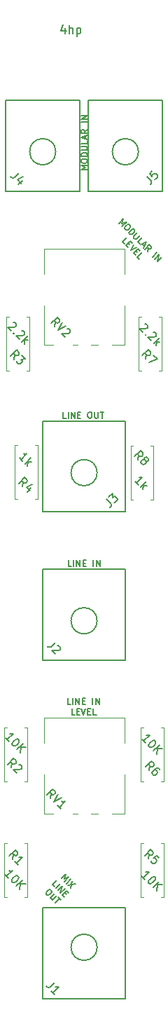
<source format=gbr>
%TF.GenerationSoftware,KiCad,Pcbnew,(5.1.6-0-10_14)*%
%TF.CreationDate,2020-11-24T13:30:39-06:00*%
%TF.ProjectId,nab,6e61622e-6b69-4636-9164-5f7063625858,rev?*%
%TF.SameCoordinates,Original*%
%TF.FileFunction,Legend,Top*%
%TF.FilePolarity,Positive*%
%FSLAX46Y46*%
G04 Gerber Fmt 4.6, Leading zero omitted, Abs format (unit mm)*
G04 Created by KiCad (PCBNEW (5.1.6-0-10_14)) date 2020-11-24 13:30:39*
%MOMM*%
%LPD*%
G01*
G04 APERTURE LIST*
%ADD10C,0.187500*%
%ADD11C,0.150000*%
%ADD12C,0.120000*%
G04 APERTURE END LIST*
D10*
X58408285Y-123723935D02*
X58051142Y-123723935D01*
X58051142Y-122973935D01*
X58658285Y-123723935D02*
X58658285Y-122973935D01*
X59015428Y-123723935D02*
X59015428Y-122973935D01*
X59444000Y-123723935D01*
X59444000Y-122973935D01*
X59801142Y-123331078D02*
X60051142Y-123331078D01*
X60158285Y-123723935D02*
X59801142Y-123723935D01*
X59801142Y-122973935D01*
X60158285Y-122973935D01*
X61051142Y-123723935D02*
X61051142Y-122973935D01*
X61408285Y-123723935D02*
X61408285Y-122973935D01*
X61836857Y-123723935D01*
X61836857Y-122973935D01*
X58872571Y-125036435D02*
X58515428Y-125036435D01*
X58515428Y-124286435D01*
X59122571Y-124643578D02*
X59372571Y-124643578D01*
X59479714Y-125036435D02*
X59122571Y-125036435D01*
X59122571Y-124286435D01*
X59479714Y-124286435D01*
X59694000Y-124286435D02*
X59944000Y-125036435D01*
X60194000Y-124286435D01*
X60444000Y-124643578D02*
X60694000Y-124643578D01*
X60801142Y-125036435D02*
X60444000Y-125036435D01*
X60444000Y-124286435D01*
X60801142Y-124286435D01*
X61479714Y-125036435D02*
X61122571Y-125036435D01*
X61122571Y-124286435D01*
X64245503Y-65651448D02*
X64775833Y-65121118D01*
X64573803Y-65676702D01*
X65129387Y-65474671D01*
X64599057Y-66005001D01*
X65482940Y-65828224D02*
X65583955Y-65929240D01*
X65609209Y-66005001D01*
X65609209Y-66106016D01*
X65533448Y-66232285D01*
X65356671Y-66409062D01*
X65230402Y-66484824D01*
X65129387Y-66484824D01*
X65053625Y-66459570D01*
X64952610Y-66358555D01*
X64927356Y-66282793D01*
X64927356Y-66181778D01*
X65003118Y-66055509D01*
X65179894Y-65878732D01*
X65306163Y-65802971D01*
X65407179Y-65802971D01*
X65482940Y-65828224D01*
X65407179Y-66813123D02*
X65937509Y-66282793D01*
X66063778Y-66409062D01*
X66114286Y-66510077D01*
X66114286Y-66611093D01*
X66089032Y-66686854D01*
X66013270Y-66813123D01*
X65937509Y-66888885D01*
X65811240Y-66964646D01*
X65735478Y-66989900D01*
X65634463Y-66989900D01*
X65533448Y-66939392D01*
X65407179Y-66813123D01*
X66467839Y-66813123D02*
X66038524Y-67242438D01*
X66013270Y-67318199D01*
X66013270Y-67368707D01*
X66038524Y-67444469D01*
X66139539Y-67545484D01*
X66215301Y-67570738D01*
X66265808Y-67570738D01*
X66341570Y-67545484D01*
X66770885Y-67116169D01*
X66745631Y-68151575D02*
X66493093Y-67899037D01*
X67023423Y-67368707D01*
X67048677Y-68151575D02*
X67301215Y-68404113D01*
X66846646Y-68252591D02*
X67553753Y-67899037D01*
X67200200Y-68606144D01*
X67680022Y-69085966D02*
X67755783Y-68656652D01*
X67376976Y-68782921D02*
X67907306Y-68252591D01*
X68109337Y-68454621D01*
X68134591Y-68530383D01*
X68134591Y-68580890D01*
X68109337Y-68656652D01*
X68033575Y-68732413D01*
X67957814Y-68757667D01*
X67907306Y-68757667D01*
X67831545Y-68732413D01*
X67629514Y-68530383D01*
X68311367Y-69717312D02*
X68841697Y-69186982D01*
X68563905Y-69969850D02*
X69094236Y-69439520D01*
X68866951Y-70272896D01*
X69397281Y-69742566D01*
X64870535Y-68132635D02*
X64617997Y-67880097D01*
X65148327Y-67349767D01*
X65325104Y-68031620D02*
X65501880Y-68208397D01*
X65299850Y-68561950D02*
X65047312Y-68309412D01*
X65577642Y-67779082D01*
X65830180Y-68031620D01*
X65981703Y-68183143D02*
X65628149Y-68890250D01*
X66335256Y-68536696D01*
X66259495Y-68966011D02*
X66436271Y-69142788D01*
X66234241Y-69496341D02*
X65981703Y-69243803D01*
X66512033Y-68713473D01*
X66764571Y-68966011D01*
X66714063Y-69976164D02*
X66461525Y-69723626D01*
X66991855Y-69193295D01*
X57257182Y-144793549D02*
X57787512Y-144263219D01*
X57585482Y-144818803D01*
X58141066Y-144616772D01*
X57610736Y-145147102D01*
X57863274Y-145399640D02*
X58393604Y-144869310D01*
X58595634Y-145071341D02*
X58418858Y-145955224D01*
X58949188Y-145424894D02*
X58065304Y-145601671D01*
X56404866Y-145797388D02*
X56152328Y-145544850D01*
X56682658Y-145014520D01*
X56581643Y-145974165D02*
X57111973Y-145443835D01*
X56834181Y-146226703D02*
X57364511Y-145696373D01*
X57137226Y-146529749D01*
X57667556Y-145999419D01*
X57667556Y-146504495D02*
X57844333Y-146681272D01*
X57642303Y-147034825D02*
X57389765Y-146782287D01*
X57920095Y-146251957D01*
X58172633Y-146504495D01*
X55956610Y-146144629D02*
X56057626Y-146245644D01*
X56082879Y-146321405D01*
X56082879Y-146422421D01*
X56007118Y-146548690D01*
X55830341Y-146725466D01*
X55704072Y-146801228D01*
X55603057Y-146801228D01*
X55527295Y-146775974D01*
X55426280Y-146674959D01*
X55401026Y-146599197D01*
X55401026Y-146498182D01*
X55476788Y-146371913D01*
X55653565Y-146195136D01*
X55779834Y-146119375D01*
X55880849Y-146119375D01*
X55956610Y-146144629D01*
X56411179Y-146599197D02*
X55981864Y-147028512D01*
X55956610Y-147104273D01*
X55956610Y-147154781D01*
X55981864Y-147230543D01*
X56082879Y-147331558D01*
X56158641Y-147356812D01*
X56209148Y-147356812D01*
X56284910Y-147331558D01*
X56714225Y-146902243D01*
X56891001Y-147079020D02*
X57194047Y-147382065D01*
X56512194Y-147760873D02*
X57042524Y-147230543D01*
X58484485Y-107095485D02*
X58127342Y-107095485D01*
X58127342Y-106345485D01*
X58734485Y-107095485D02*
X58734485Y-106345485D01*
X59091628Y-107095485D02*
X59091628Y-106345485D01*
X59520200Y-107095485D01*
X59520200Y-106345485D01*
X59877342Y-106702628D02*
X60127342Y-106702628D01*
X60234485Y-107095485D02*
X59877342Y-107095485D01*
X59877342Y-106345485D01*
X60234485Y-106345485D01*
X61127342Y-107095485D02*
X61127342Y-106345485D01*
X61484485Y-107095485D02*
X61484485Y-106345485D01*
X61913057Y-107095485D01*
X61913057Y-106345485D01*
X57844785Y-89175785D02*
X57487642Y-89175785D01*
X57487642Y-88425785D01*
X58094785Y-89175785D02*
X58094785Y-88425785D01*
X58451928Y-89175785D02*
X58451928Y-88425785D01*
X58880500Y-89175785D01*
X58880500Y-88425785D01*
X59237642Y-88782928D02*
X59487642Y-88782928D01*
X59594785Y-89175785D02*
X59237642Y-89175785D01*
X59237642Y-88425785D01*
X59594785Y-88425785D01*
X60630500Y-88425785D02*
X60773357Y-88425785D01*
X60844785Y-88461500D01*
X60916214Y-88532928D01*
X60951928Y-88675785D01*
X60951928Y-88925785D01*
X60916214Y-89068642D01*
X60844785Y-89140071D01*
X60773357Y-89175785D01*
X60630500Y-89175785D01*
X60559071Y-89140071D01*
X60487642Y-89068642D01*
X60451928Y-88925785D01*
X60451928Y-88675785D01*
X60487642Y-88532928D01*
X60559071Y-88461500D01*
X60630500Y-88425785D01*
X61273357Y-88425785D02*
X61273357Y-89032928D01*
X61309071Y-89104357D01*
X61344785Y-89140071D01*
X61416214Y-89175785D01*
X61559071Y-89175785D01*
X61630500Y-89140071D01*
X61666214Y-89104357D01*
X61701928Y-89032928D01*
X61701928Y-88425785D01*
X61951928Y-88425785D02*
X62380500Y-88425785D01*
X62166214Y-89175785D02*
X62166214Y-88425785D01*
X60410285Y-59185957D02*
X59660285Y-59185957D01*
X60196000Y-58935957D01*
X59660285Y-58685957D01*
X60410285Y-58685957D01*
X59660285Y-58185957D02*
X59660285Y-58043099D01*
X59696000Y-57971671D01*
X59767428Y-57900242D01*
X59910285Y-57864528D01*
X60160285Y-57864528D01*
X60303142Y-57900242D01*
X60374571Y-57971671D01*
X60410285Y-58043099D01*
X60410285Y-58185957D01*
X60374571Y-58257385D01*
X60303142Y-58328814D01*
X60160285Y-58364528D01*
X59910285Y-58364528D01*
X59767428Y-58328814D01*
X59696000Y-58257385D01*
X59660285Y-58185957D01*
X60410285Y-57543099D02*
X59660285Y-57543099D01*
X59660285Y-57364528D01*
X59696000Y-57257385D01*
X59767428Y-57185957D01*
X59838857Y-57150242D01*
X59981714Y-57114528D01*
X60088857Y-57114528D01*
X60231714Y-57150242D01*
X60303142Y-57185957D01*
X60374571Y-57257385D01*
X60410285Y-57364528D01*
X60410285Y-57543099D01*
X59660285Y-56793099D02*
X60267428Y-56793099D01*
X60338857Y-56757385D01*
X60374571Y-56721671D01*
X60410285Y-56650242D01*
X60410285Y-56507385D01*
X60374571Y-56435957D01*
X60338857Y-56400242D01*
X60267428Y-56364528D01*
X59660285Y-56364528D01*
X60410285Y-55650242D02*
X60410285Y-56007385D01*
X59660285Y-56007385D01*
X60196000Y-55435957D02*
X60196000Y-55078814D01*
X60410285Y-55507385D02*
X59660285Y-55257385D01*
X60410285Y-55007385D01*
X60410285Y-54328814D02*
X60053142Y-54578814D01*
X60410285Y-54757385D02*
X59660285Y-54757385D01*
X59660285Y-54471671D01*
X59696000Y-54400242D01*
X59731714Y-54364528D01*
X59803142Y-54328814D01*
X59910285Y-54328814D01*
X59981714Y-54364528D01*
X60017428Y-54400242D01*
X60053142Y-54471671D01*
X60053142Y-54757385D01*
X60410285Y-53435957D02*
X59660285Y-53435957D01*
X60410285Y-53078814D02*
X59660285Y-53078814D01*
X60410285Y-52650242D01*
X59660285Y-52650242D01*
D11*
X57705714Y-42051314D02*
X57705714Y-42717980D01*
X57467619Y-41670361D02*
X57229523Y-42384647D01*
X57848571Y-42384647D01*
X58229523Y-42717980D02*
X58229523Y-41717980D01*
X58658095Y-42717980D02*
X58658095Y-42194171D01*
X58610476Y-42098933D01*
X58515238Y-42051314D01*
X58372380Y-42051314D01*
X58277142Y-42098933D01*
X58229523Y-42146552D01*
X59134285Y-42051314D02*
X59134285Y-43051314D01*
X59134285Y-42098933D02*
X59229523Y-42051314D01*
X59420000Y-42051314D01*
X59515238Y-42098933D01*
X59562857Y-42146552D01*
X59610476Y-42241790D01*
X59610476Y-42527504D01*
X59562857Y-42622742D01*
X59515238Y-42670361D01*
X59420000Y-42717980D01*
X59229523Y-42717980D01*
X59134285Y-42670361D01*
D12*
%TO.C,RV1*%
X61660000Y-136974597D02*
X60830000Y-136974597D01*
X59210000Y-136974597D02*
X58680000Y-136974597D01*
X56310000Y-136974597D02*
X55130000Y-136974597D01*
X64870000Y-136974597D02*
X64870000Y-132254597D01*
X55130000Y-128444597D02*
X55130000Y-125384597D01*
X55130000Y-136974597D02*
X55130000Y-132254597D01*
X64870000Y-128444597D02*
X64870000Y-125384597D01*
X64870000Y-136974597D02*
X63380000Y-136974597D01*
X64870000Y-125384597D02*
X55130000Y-125384597D01*
D11*
%TO.C,J3*%
X55000000Y-89516799D02*
X55000000Y-100516799D01*
X55000000Y-100516799D02*
X65000000Y-100516799D01*
X65000000Y-100516799D02*
X65000000Y-89516799D01*
X65000000Y-89516799D02*
X55000000Y-89516799D01*
X61581139Y-95766799D02*
G75*
G03*
X61581139Y-95766799I-1581139J0D01*
G01*
%TO.C,J2*%
X55000000Y-107410698D02*
X55000000Y-118410698D01*
X55000000Y-118410698D02*
X65000000Y-118410698D01*
X65000000Y-118410698D02*
X65000000Y-107410698D01*
X65000000Y-107410698D02*
X55000000Y-107410698D01*
X61581139Y-113660698D02*
G75*
G03*
X61581139Y-113660698I-1581139J0D01*
G01*
%TO.C,J1*%
X65000000Y-159348500D02*
X65000000Y-148348500D01*
X65000000Y-148348500D02*
X55000000Y-148348500D01*
X55000000Y-148348500D02*
X55000000Y-159348500D01*
X55000000Y-159348500D02*
X65000000Y-159348500D01*
X61581139Y-153098500D02*
G75*
G03*
X61581139Y-153098500I-1581139J0D01*
G01*
D12*
%TO.C,RV2*%
X61660000Y-80313899D02*
X60830000Y-80313899D01*
X59210000Y-80313899D02*
X58680000Y-80313899D01*
X56310000Y-80313899D02*
X55130000Y-80313899D01*
X64870000Y-80313899D02*
X64870000Y-75593899D01*
X55130000Y-71783899D02*
X55130000Y-68723899D01*
X55130000Y-80313899D02*
X55130000Y-75593899D01*
X64870000Y-71783899D02*
X64870000Y-68723899D01*
X64870000Y-80313899D02*
X63380000Y-80313899D01*
X64870000Y-68723899D02*
X55130000Y-68723899D01*
%TO.C,R8*%
X68040000Y-92540000D02*
X68370000Y-92540000D01*
X68370000Y-92540000D02*
X68370000Y-99080000D01*
X68370000Y-99080000D02*
X68040000Y-99080000D01*
X65960000Y-92540000D02*
X65630000Y-92540000D01*
X65630000Y-92540000D02*
X65630000Y-99080000D01*
X65630000Y-99080000D02*
X65960000Y-99080000D01*
%TO.C,R7*%
X66960000Y-83460000D02*
X66630000Y-83460000D01*
X66630000Y-83460000D02*
X66630000Y-76920000D01*
X66630000Y-76920000D02*
X66960000Y-76920000D01*
X69040000Y-83460000D02*
X69370000Y-83460000D01*
X69370000Y-83460000D02*
X69370000Y-76920000D01*
X69370000Y-76920000D02*
X69040000Y-76920000D01*
%TO.C,R6*%
X69290000Y-126540000D02*
X69620000Y-126540000D01*
X69620000Y-126540000D02*
X69620000Y-133080000D01*
X69620000Y-133080000D02*
X69290000Y-133080000D01*
X67210000Y-126540000D02*
X66880000Y-126540000D01*
X66880000Y-126540000D02*
X66880000Y-133080000D01*
X66880000Y-133080000D02*
X67210000Y-133080000D01*
%TO.C,R5*%
X69290000Y-140540000D02*
X69620000Y-140540000D01*
X69620000Y-140540000D02*
X69620000Y-147080000D01*
X69620000Y-147080000D02*
X69290000Y-147080000D01*
X67210000Y-140540000D02*
X66880000Y-140540000D01*
X66880000Y-140540000D02*
X66880000Y-147080000D01*
X66880000Y-147080000D02*
X67210000Y-147080000D01*
%TO.C,R4*%
X51960000Y-98960000D02*
X51630000Y-98960000D01*
X51630000Y-98960000D02*
X51630000Y-92420000D01*
X51630000Y-92420000D02*
X51960000Y-92420000D01*
X54040000Y-98960000D02*
X54370000Y-98960000D01*
X54370000Y-98960000D02*
X54370000Y-92420000D01*
X54370000Y-92420000D02*
X54040000Y-92420000D01*
%TO.C,R3*%
X50960000Y-83460000D02*
X50630000Y-83460000D01*
X50630000Y-83460000D02*
X50630000Y-76920000D01*
X50630000Y-76920000D02*
X50960000Y-76920000D01*
X53040000Y-83460000D02*
X53370000Y-83460000D01*
X53370000Y-83460000D02*
X53370000Y-76920000D01*
X53370000Y-76920000D02*
X53040000Y-76920000D01*
%TO.C,R2*%
X52790000Y-126540000D02*
X53120000Y-126540000D01*
X53120000Y-126540000D02*
X53120000Y-133080000D01*
X53120000Y-133080000D02*
X52790000Y-133080000D01*
X50710000Y-126540000D02*
X50380000Y-126540000D01*
X50380000Y-126540000D02*
X50380000Y-133080000D01*
X50380000Y-133080000D02*
X50710000Y-133080000D01*
%TO.C,R1*%
X52790000Y-140540000D02*
X53120000Y-140540000D01*
X53120000Y-140540000D02*
X53120000Y-147080000D01*
X53120000Y-147080000D02*
X52790000Y-147080000D01*
X50710000Y-140540000D02*
X50380000Y-140540000D01*
X50380000Y-140540000D02*
X50380000Y-147080000D01*
X50380000Y-147080000D02*
X50710000Y-147080000D01*
D11*
%TO.C,J5*%
X66581139Y-57000000D02*
G75*
G03*
X66581139Y-57000000I-1581139J0D01*
G01*
X69500000Y-50750000D02*
X60500000Y-50750000D01*
X69500000Y-61750000D02*
X69500000Y-50750000D01*
X60500000Y-61750000D02*
X69500000Y-61750000D01*
X60500000Y-50750000D02*
X60500000Y-61750000D01*
%TO.C,J4*%
X56581139Y-57000000D02*
G75*
G03*
X56581139Y-57000000I-1581139J0D01*
G01*
X59500000Y-50750000D02*
X50500000Y-50750000D01*
X59500000Y-61750000D02*
X59500000Y-50750000D01*
X50500000Y-61750000D02*
X59500000Y-61750000D01*
X50500000Y-50750000D02*
X50500000Y-61750000D01*
%TO.C,RV1*%
X55913921Y-135089481D02*
X56014936Y-134517061D01*
X55509860Y-134685420D02*
X56216967Y-133978313D01*
X56486341Y-134247687D01*
X56520012Y-134348703D01*
X56520012Y-134416046D01*
X56486341Y-134517061D01*
X56385325Y-134618077D01*
X56284310Y-134651748D01*
X56216967Y-134651748D01*
X56115951Y-134618077D01*
X55846577Y-134348703D01*
X56823058Y-134584405D02*
X56351654Y-135527214D01*
X57294463Y-135055809D01*
X57193448Y-136369008D02*
X56789387Y-135964947D01*
X56991417Y-136166977D02*
X57698524Y-135459871D01*
X57530165Y-135493542D01*
X57395478Y-135493542D01*
X57294463Y-135459871D01*
%TO.C,J3*%
X62724672Y-98992576D02*
X63229748Y-99497652D01*
X63297092Y-99632339D01*
X63297092Y-99767026D01*
X63229748Y-99901713D01*
X63162405Y-99969056D01*
X62994046Y-98723202D02*
X63431779Y-98285469D01*
X63465451Y-98790545D01*
X63566466Y-98689530D01*
X63667481Y-98655858D01*
X63734825Y-98655858D01*
X63835840Y-98689530D01*
X64004199Y-98857889D01*
X64037870Y-98958904D01*
X64037870Y-99026247D01*
X64004199Y-99127263D01*
X63802168Y-99329293D01*
X63701153Y-99362965D01*
X63633809Y-99362965D01*
%TO.C,J2*%
X56539522Y-116288970D02*
X56034446Y-116794046D01*
X55899759Y-116861390D01*
X55765072Y-116861390D01*
X55630385Y-116794046D01*
X55563042Y-116726703D01*
X56775225Y-116659359D02*
X56842568Y-116659359D01*
X56943583Y-116693031D01*
X57111942Y-116861390D01*
X57145614Y-116962405D01*
X57145614Y-117029749D01*
X57111942Y-117130764D01*
X57044599Y-117198107D01*
X56909912Y-117265451D01*
X56101790Y-117265451D01*
X56539522Y-117703184D01*
%TO.C,J1*%
X56437922Y-157377772D02*
X55932846Y-157882848D01*
X55798159Y-157950192D01*
X55663472Y-157950192D01*
X55528785Y-157882848D01*
X55461442Y-157815505D01*
X56437922Y-158791986D02*
X56033861Y-158387925D01*
X56235892Y-158589955D02*
X56942999Y-157882848D01*
X56774640Y-157916520D01*
X56639953Y-157916520D01*
X56538938Y-157882848D01*
%TO.C,RV2*%
X56447321Y-78104083D02*
X56548336Y-77531663D01*
X56043260Y-77700022D02*
X56750367Y-76992915D01*
X57019741Y-77262289D01*
X57053412Y-77363305D01*
X57053412Y-77430648D01*
X57019741Y-77531663D01*
X56918725Y-77632679D01*
X56817710Y-77666350D01*
X56750367Y-77666350D01*
X56649351Y-77632679D01*
X56379977Y-77363305D01*
X57356458Y-77599007D02*
X56885054Y-78541816D01*
X57827863Y-78070411D01*
X57962550Y-78339786D02*
X58029893Y-78339786D01*
X58130909Y-78373457D01*
X58299267Y-78541816D01*
X58332939Y-78642831D01*
X58332939Y-78710175D01*
X58299267Y-78811190D01*
X58231924Y-78878534D01*
X58097237Y-78945877D01*
X57289115Y-78945877D01*
X57726848Y-79383610D01*
%TO.C,R8*%
X66524167Y-94221330D02*
X66625182Y-93648910D01*
X66120106Y-93817269D02*
X66827212Y-93110162D01*
X67096587Y-93379536D01*
X67130258Y-93480551D01*
X67130258Y-93547895D01*
X67096587Y-93648910D01*
X66995571Y-93749925D01*
X66894556Y-93783597D01*
X66827212Y-93783597D01*
X66726197Y-93749925D01*
X66456823Y-93480551D01*
X67332289Y-94221330D02*
X67298617Y-94120315D01*
X67298617Y-94052971D01*
X67332289Y-93951956D01*
X67365961Y-93918284D01*
X67466976Y-93884612D01*
X67534319Y-93884612D01*
X67635335Y-93918284D01*
X67770022Y-94052971D01*
X67803693Y-94153987D01*
X67803693Y-94221330D01*
X67770022Y-94322345D01*
X67736350Y-94356017D01*
X67635335Y-94389689D01*
X67567991Y-94389689D01*
X67466976Y-94356017D01*
X67332289Y-94221330D01*
X67231274Y-94187658D01*
X67163930Y-94187658D01*
X67062915Y-94221330D01*
X66928228Y-94356017D01*
X66894556Y-94457032D01*
X66894556Y-94524376D01*
X66928228Y-94625391D01*
X67062915Y-94760078D01*
X67163930Y-94793750D01*
X67231274Y-94793750D01*
X67332289Y-94760078D01*
X67466976Y-94625391D01*
X67500648Y-94524376D01*
X67500648Y-94457032D01*
X67466976Y-94356017D01*
X66557838Y-97226802D02*
X66153777Y-96822741D01*
X66355808Y-97024771D02*
X67062915Y-96317664D01*
X66894556Y-96351336D01*
X66759869Y-96351336D01*
X66658854Y-96317664D01*
X66860884Y-97529848D02*
X67567991Y-96822741D01*
X67197602Y-97327817D02*
X67130258Y-97799222D01*
X67601663Y-97327817D02*
X67062915Y-97327817D01*
%TO.C,R7*%
X67447967Y-82043030D02*
X67548982Y-81470610D01*
X67043906Y-81638969D02*
X67751012Y-80931862D01*
X68020387Y-81201236D01*
X68054058Y-81302251D01*
X68054058Y-81369595D01*
X68020387Y-81470610D01*
X67919371Y-81571625D01*
X67818356Y-81605297D01*
X67751012Y-81605297D01*
X67649997Y-81571625D01*
X67380623Y-81302251D01*
X68390776Y-81571625D02*
X68862180Y-82043030D01*
X67852028Y-82447091D01*
X67351964Y-77797301D02*
X67419308Y-77797301D01*
X67520323Y-77830973D01*
X67688682Y-77999332D01*
X67722354Y-78100347D01*
X67722354Y-78167690D01*
X67688682Y-78268706D01*
X67621338Y-78336049D01*
X67486651Y-78403393D01*
X66678529Y-78403393D01*
X67116262Y-78841125D01*
X67486651Y-79076828D02*
X67486651Y-79144171D01*
X67419308Y-79144171D01*
X67419308Y-79076828D01*
X67486651Y-79076828D01*
X67419308Y-79144171D01*
X68362117Y-78807454D02*
X68429461Y-78807454D01*
X68530476Y-78841125D01*
X68698835Y-79009484D01*
X68732506Y-79110500D01*
X68732506Y-79177843D01*
X68698835Y-79278858D01*
X68631491Y-79346202D01*
X68496804Y-79413545D01*
X67688682Y-79413545D01*
X68126415Y-79851278D01*
X68429461Y-80154324D02*
X69136567Y-79447217D01*
X68766178Y-79952293D02*
X68698835Y-80423698D01*
X69170239Y-79952293D02*
X68631491Y-79952293D01*
%TO.C,R6*%
X67850367Y-131739230D02*
X67951382Y-131166810D01*
X67446306Y-131335169D02*
X68153412Y-130628062D01*
X68422787Y-130897436D01*
X68456458Y-130998451D01*
X68456458Y-131065795D01*
X68422787Y-131166810D01*
X68321771Y-131267825D01*
X68220756Y-131301497D01*
X68153412Y-131301497D01*
X68052397Y-131267825D01*
X67783023Y-130998451D01*
X69163565Y-131638215D02*
X69028878Y-131503528D01*
X68927863Y-131469856D01*
X68860519Y-131469856D01*
X68692161Y-131503528D01*
X68523802Y-131604543D01*
X68254428Y-131873917D01*
X68220756Y-131974932D01*
X68220756Y-132042276D01*
X68254428Y-132143291D01*
X68389115Y-132277978D01*
X68490130Y-132311650D01*
X68557474Y-132311650D01*
X68658489Y-132277978D01*
X68826848Y-132109619D01*
X68860519Y-132008604D01*
X68860519Y-131941261D01*
X68826848Y-131840245D01*
X68692161Y-131705558D01*
X68591145Y-131671887D01*
X68523802Y-131671887D01*
X68422787Y-131705558D01*
X67416477Y-128397041D02*
X67012416Y-127992980D01*
X67214447Y-128195010D02*
X67921554Y-127487903D01*
X67753195Y-127521575D01*
X67618508Y-127521575D01*
X67517493Y-127487903D01*
X68561317Y-128127667D02*
X68628661Y-128195010D01*
X68662332Y-128296025D01*
X68662332Y-128363369D01*
X68628661Y-128464384D01*
X68527645Y-128632743D01*
X68359287Y-128801102D01*
X68190928Y-128902117D01*
X68089912Y-128935789D01*
X68022569Y-128935789D01*
X67921554Y-128902117D01*
X67854210Y-128834774D01*
X67820538Y-128733758D01*
X67820538Y-128666415D01*
X67854210Y-128565400D01*
X67955225Y-128397041D01*
X68123584Y-128228682D01*
X68291943Y-128127667D01*
X68392958Y-128093995D01*
X68460302Y-128093995D01*
X68561317Y-128127667D01*
X68392958Y-129373522D02*
X69100065Y-128666415D01*
X68797019Y-129777583D02*
X68898035Y-129070476D01*
X69504126Y-129070476D02*
X68696004Y-129070476D01*
%TO.C,R5*%
X67748767Y-142411830D02*
X67849782Y-141839410D01*
X67344706Y-142007769D02*
X68051812Y-141300662D01*
X68321187Y-141570036D01*
X68354858Y-141671051D01*
X68354858Y-141738395D01*
X68321187Y-141839410D01*
X68220171Y-141940425D01*
X68119156Y-141974097D01*
X68051812Y-141974097D01*
X67950797Y-141940425D01*
X67681423Y-141671051D01*
X69095637Y-142344487D02*
X68758919Y-142007769D01*
X68388530Y-142310815D01*
X68455874Y-142310815D01*
X68556889Y-142344487D01*
X68725248Y-142512845D01*
X68758919Y-142613861D01*
X68758919Y-142681204D01*
X68725248Y-142782219D01*
X68556889Y-142950578D01*
X68455874Y-142984250D01*
X68388530Y-142984250D01*
X68287515Y-142950578D01*
X68119156Y-142782219D01*
X68085484Y-142681204D01*
X68085484Y-142613861D01*
X67378377Y-144886241D02*
X66974316Y-144482180D01*
X67176347Y-144684210D02*
X67883454Y-143977103D01*
X67715095Y-144010775D01*
X67580408Y-144010775D01*
X67479393Y-143977103D01*
X68523217Y-144616867D02*
X68590561Y-144684210D01*
X68624232Y-144785225D01*
X68624232Y-144852569D01*
X68590561Y-144953584D01*
X68489545Y-145121943D01*
X68321187Y-145290302D01*
X68152828Y-145391317D01*
X68051812Y-145424989D01*
X67984469Y-145424989D01*
X67883454Y-145391317D01*
X67816110Y-145323974D01*
X67782438Y-145222958D01*
X67782438Y-145155615D01*
X67816110Y-145054600D01*
X67917125Y-144886241D01*
X68085484Y-144717882D01*
X68253843Y-144616867D01*
X68354858Y-144583195D01*
X68422202Y-144583195D01*
X68523217Y-144616867D01*
X68354858Y-145862722D02*
X69061965Y-145155615D01*
X68758919Y-146266783D02*
X68859935Y-145559676D01*
X69466026Y-145559676D02*
X68657904Y-145559676D01*
%TO.C,R4*%
X52511467Y-97466830D02*
X52612482Y-96894410D01*
X52107406Y-97062769D02*
X52814512Y-96355662D01*
X53083887Y-96625036D01*
X53117558Y-96726051D01*
X53117558Y-96793395D01*
X53083887Y-96894410D01*
X52982871Y-96995425D01*
X52881856Y-97029097D01*
X52814512Y-97029097D01*
X52713497Y-96995425D01*
X52444123Y-96726051D01*
X53588963Y-97601517D02*
X53117558Y-98072922D01*
X53689978Y-97163784D02*
X53016543Y-97500502D01*
X53454276Y-97938235D01*
X52583238Y-94389002D02*
X52179177Y-93984941D01*
X52381208Y-94186971D02*
X53088315Y-93479864D01*
X52919956Y-93513536D01*
X52785269Y-93513536D01*
X52684254Y-93479864D01*
X52886284Y-94692048D02*
X53593391Y-93984941D01*
X53223002Y-94490017D02*
X53155658Y-94961422D01*
X53627063Y-94490017D02*
X53088315Y-94490017D01*
%TO.C,R3*%
X51524167Y-82068430D02*
X51625182Y-81496010D01*
X51120106Y-81664369D02*
X51827212Y-80957262D01*
X52096587Y-81226636D01*
X52130258Y-81327651D01*
X52130258Y-81394995D01*
X52096587Y-81496010D01*
X51995571Y-81597025D01*
X51894556Y-81630697D01*
X51827212Y-81630697D01*
X51726197Y-81597025D01*
X51456823Y-81327651D01*
X52466976Y-81597025D02*
X52904709Y-82034758D01*
X52399632Y-82068430D01*
X52500648Y-82169445D01*
X52534319Y-82270461D01*
X52534319Y-82337804D01*
X52500648Y-82438819D01*
X52332289Y-82607178D01*
X52231274Y-82640850D01*
X52163930Y-82640850D01*
X52062915Y-82607178D01*
X51860884Y-82405148D01*
X51827212Y-82304132D01*
X51827212Y-82236789D01*
X51415464Y-77606801D02*
X51482808Y-77606801D01*
X51583823Y-77640473D01*
X51752182Y-77808832D01*
X51785854Y-77909847D01*
X51785854Y-77977190D01*
X51752182Y-78078206D01*
X51684838Y-78145549D01*
X51550151Y-78212893D01*
X50742029Y-78212893D01*
X51179762Y-78650625D01*
X51550151Y-78886328D02*
X51550151Y-78953671D01*
X51482808Y-78953671D01*
X51482808Y-78886328D01*
X51550151Y-78886328D01*
X51482808Y-78953671D01*
X52425617Y-78616954D02*
X52492961Y-78616954D01*
X52593976Y-78650625D01*
X52762335Y-78818984D01*
X52796006Y-78920000D01*
X52796006Y-78987343D01*
X52762335Y-79088358D01*
X52694991Y-79155702D01*
X52560304Y-79223045D01*
X51752182Y-79223045D01*
X52189915Y-79660778D01*
X52492961Y-79963824D02*
X53200067Y-79256717D01*
X52829678Y-79761793D02*
X52762335Y-80233198D01*
X53233739Y-79761793D02*
X52694991Y-79761793D01*
%TO.C,R2*%
X51172567Y-131409030D02*
X51273582Y-130836610D01*
X50768506Y-131004969D02*
X51475612Y-130297862D01*
X51744987Y-130567236D01*
X51778658Y-130668251D01*
X51778658Y-130735595D01*
X51744987Y-130836610D01*
X51643971Y-130937625D01*
X51542956Y-130971297D01*
X51475612Y-130971297D01*
X51374597Y-130937625D01*
X51105223Y-130668251D01*
X52081704Y-131038641D02*
X52149048Y-131038641D01*
X52250063Y-131072312D01*
X52418422Y-131240671D01*
X52452093Y-131341687D01*
X52452093Y-131409030D01*
X52418422Y-131510045D01*
X52351078Y-131577389D01*
X52216391Y-131644732D01*
X51408269Y-131644732D01*
X51846002Y-132082465D01*
X50903777Y-128231941D02*
X50499716Y-127827880D01*
X50701747Y-128029910D02*
X51408854Y-127322803D01*
X51240495Y-127356475D01*
X51105808Y-127356475D01*
X51004793Y-127322803D01*
X52048617Y-127962567D02*
X52115961Y-128029910D01*
X52149632Y-128130925D01*
X52149632Y-128198269D01*
X52115961Y-128299284D01*
X52014945Y-128467643D01*
X51846587Y-128636002D01*
X51678228Y-128737017D01*
X51577212Y-128770689D01*
X51509869Y-128770689D01*
X51408854Y-128737017D01*
X51341510Y-128669674D01*
X51307838Y-128568658D01*
X51307838Y-128501315D01*
X51341510Y-128400300D01*
X51442525Y-128231941D01*
X51610884Y-128063582D01*
X51779243Y-127962567D01*
X51880258Y-127928895D01*
X51947602Y-127928895D01*
X52048617Y-127962567D01*
X51880258Y-129208422D02*
X52587365Y-128501315D01*
X52284319Y-129612483D02*
X52385335Y-128905376D01*
X52991426Y-128905376D02*
X52183304Y-128905376D01*
%TO.C,R1*%
X51375767Y-142449930D02*
X51476782Y-141877510D01*
X50971706Y-142045869D02*
X51678812Y-141338762D01*
X51948187Y-141608136D01*
X51981858Y-141709151D01*
X51981858Y-141776495D01*
X51948187Y-141877510D01*
X51847171Y-141978525D01*
X51746156Y-142012197D01*
X51678812Y-142012197D01*
X51577797Y-141978525D01*
X51308423Y-141709151D01*
X52049202Y-143123365D02*
X51645141Y-142719304D01*
X51847171Y-142921335D02*
X52554278Y-142214228D01*
X52385919Y-142247900D01*
X52251232Y-142247900D01*
X52150217Y-142214228D01*
X50840277Y-144746541D02*
X50436216Y-144342480D01*
X50638247Y-144544510D02*
X51345354Y-143837403D01*
X51176995Y-143871075D01*
X51042308Y-143871075D01*
X50941293Y-143837403D01*
X51985117Y-144477167D02*
X52052461Y-144544510D01*
X52086132Y-144645525D01*
X52086132Y-144712869D01*
X52052461Y-144813884D01*
X51951445Y-144982243D01*
X51783087Y-145150602D01*
X51614728Y-145251617D01*
X51513712Y-145285289D01*
X51446369Y-145285289D01*
X51345354Y-145251617D01*
X51278010Y-145184274D01*
X51244338Y-145083258D01*
X51244338Y-145015915D01*
X51278010Y-144914900D01*
X51379025Y-144746541D01*
X51547384Y-144578182D01*
X51715743Y-144477167D01*
X51816758Y-144443495D01*
X51884102Y-144443495D01*
X51985117Y-144477167D01*
X51816758Y-145723022D02*
X52523865Y-145015915D01*
X52220819Y-146127083D02*
X52321835Y-145419976D01*
X52927926Y-145419976D02*
X52119804Y-145419976D01*
%TO.C,J5*%
X67576072Y-59982977D02*
X68081148Y-60488053D01*
X68148492Y-60622740D01*
X68148492Y-60757427D01*
X68081148Y-60892114D01*
X68013805Y-60959457D01*
X68249507Y-59309542D02*
X67912790Y-59646259D01*
X68215835Y-60016648D01*
X68215835Y-59949305D01*
X68249507Y-59848290D01*
X68417866Y-59679931D01*
X68518881Y-59646259D01*
X68586225Y-59646259D01*
X68687240Y-59679931D01*
X68855599Y-59848290D01*
X68889270Y-59949305D01*
X68889270Y-60016648D01*
X68855599Y-60117664D01*
X68687240Y-60286022D01*
X68586225Y-60319694D01*
X68518881Y-60319694D01*
%TO.C,J4*%
X52107222Y-59600472D02*
X51602146Y-60105548D01*
X51467459Y-60172892D01*
X51332772Y-60172892D01*
X51198085Y-60105548D01*
X51130742Y-60038205D01*
X52511283Y-60475938D02*
X52039879Y-60947342D01*
X52612299Y-60038205D02*
X51938864Y-60374922D01*
X52376596Y-60812655D01*
%TD*%
M02*

</source>
